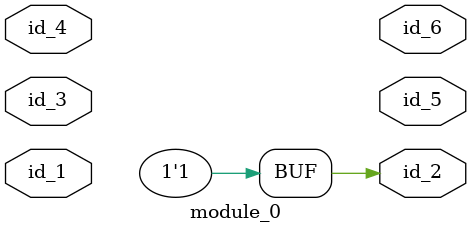
<source format=v>
module module_0 (
    id_1,
    id_2,
    id_3,
    id_4,
    id_5,
    id_6
);
  output id_6;
  output id_5;
  input id_4;
  inout id_3;
  output id_2;
  inout id_1;
  assign id_2 = 1;
endmodule

</source>
